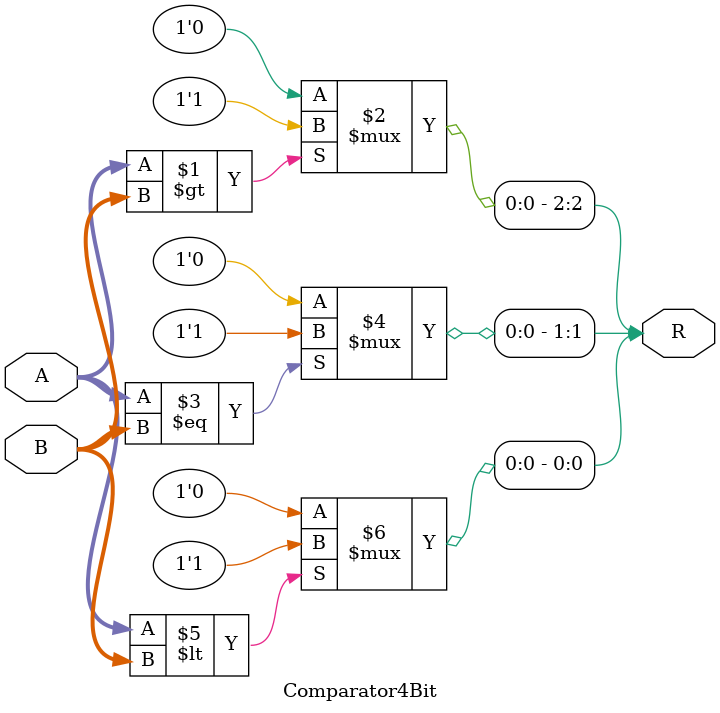
<source format=v>
/*
Filename			: Comparator4Bit.v	
Author			: Christian Jay Gallardo
Class				: CPE3101L
GrP. Schedule	: GRP. 4 FRIDAY 10:30AM - 1:30PM
Description		: This Verilog module performs a series of test cases to compare two 4-bit binary values, A and B. For each case, it checks 
						if A is greater than, less than, or equal to B, and displays the results using the R signal and its individual bits (G, E, L).
*/


module Comparator4Bit(
    input [3:0] A,
    input [3:0] B,
    output [2:0] R
);

    // Dataflow modeling
    assign R[2] = (A > B) ? 1'b1 : 1'b0;  // G: A > B
    assign R[1] = (A == B) ? 1'b1 : 1'b0; // E: A == B
    assign R[0] = (A < B) ? 1'b1 : 1'b0;  // L: A < B

endmodule


</source>
